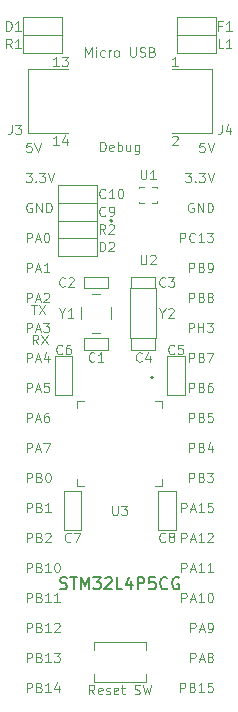
<source format=gto>
G04 #@! TF.GenerationSoftware,KiCad,Pcbnew,(5.1.9-0-10_14)*
G04 #@! TF.CreationDate,2021-07-10T20:46:14+09:00*
G04 #@! TF.ProjectId,EB-STM32L4P5CG,45422d53-544d-4333-924c-34503543472e,V1.0*
G04 #@! TF.SameCoordinates,Original*
G04 #@! TF.FileFunction,Legend,Top*
G04 #@! TF.FilePolarity,Positive*
%FSLAX46Y46*%
G04 Gerber Fmt 4.6, Leading zero omitted, Abs format (unit mm)*
G04 Created by KiCad (PCBNEW (5.1.9-0-10_14)) date 2021-07-10 20:46:14*
%MOMM*%
%LPD*%
G01*
G04 APERTURE LIST*
%ADD10C,0.120000*%
%ADD11C,0.150000*%
%ADD12C,0.200000*%
G04 APERTURE END LIST*
D10*
X-6894380Y-16617904D02*
X-7161047Y-16236952D01*
X-7351523Y-16617904D02*
X-7351523Y-15817904D01*
X-7046761Y-15817904D01*
X-6970571Y-15856000D01*
X-6932476Y-15894095D01*
X-6894380Y-15970285D01*
X-6894380Y-16084571D01*
X-6932476Y-16160761D01*
X-6970571Y-16198857D01*
X-7046761Y-16236952D01*
X-7351523Y-16236952D01*
X-6627714Y-15817904D02*
X-6094380Y-16617904D01*
X-6094380Y-15817904D02*
X-6627714Y-16617904D01*
X-7465809Y-13277904D02*
X-7008666Y-13277904D01*
X-7237238Y-14077904D02*
X-7237238Y-13277904D01*
X-6818190Y-13277904D02*
X-6284857Y-14077904D01*
X-6284857Y-13277904D02*
X-6818190Y-14077904D01*
D11*
X-5047619Y-37304761D02*
X-4904761Y-37352380D01*
X-4666666Y-37352380D01*
X-4571428Y-37304761D01*
X-4523809Y-37257142D01*
X-4476190Y-37161904D01*
X-4476190Y-37066666D01*
X-4523809Y-36971428D01*
X-4571428Y-36923809D01*
X-4666666Y-36876190D01*
X-4857142Y-36828571D01*
X-4952380Y-36780952D01*
X-5000000Y-36733333D01*
X-5047619Y-36638095D01*
X-5047619Y-36542857D01*
X-5000000Y-36447619D01*
X-4952380Y-36400000D01*
X-4857142Y-36352380D01*
X-4619047Y-36352380D01*
X-4476190Y-36400000D01*
X-4190476Y-36352380D02*
X-3619047Y-36352380D01*
X-3904761Y-37352380D02*
X-3904761Y-36352380D01*
X-3285714Y-37352380D02*
X-3285714Y-36352380D01*
X-2952380Y-37066666D01*
X-2619047Y-36352380D01*
X-2619047Y-37352380D01*
X-2238095Y-36352380D02*
X-1619047Y-36352380D01*
X-1952380Y-36733333D01*
X-1809523Y-36733333D01*
X-1714285Y-36780952D01*
X-1666666Y-36828571D01*
X-1619047Y-36923809D01*
X-1619047Y-37161904D01*
X-1666666Y-37257142D01*
X-1714285Y-37304761D01*
X-1809523Y-37352380D01*
X-2095238Y-37352380D01*
X-2190476Y-37304761D01*
X-2238095Y-37257142D01*
X-1238095Y-36447619D02*
X-1190476Y-36400000D01*
X-1095238Y-36352380D01*
X-857142Y-36352380D01*
X-761904Y-36400000D01*
X-714285Y-36447619D01*
X-666666Y-36542857D01*
X-666666Y-36638095D01*
X-714285Y-36780952D01*
X-1285714Y-37352380D01*
X-666666Y-37352380D01*
X238095Y-37352380D02*
X-238095Y-37352380D01*
X-238095Y-36352380D01*
X1000000Y-36685714D02*
X1000000Y-37352380D01*
X761904Y-36304761D02*
X523809Y-37019047D01*
X1142857Y-37019047D01*
X1523809Y-37352380D02*
X1523809Y-36352380D01*
X1904761Y-36352380D01*
X2000000Y-36400000D01*
X2047619Y-36447619D01*
X2095238Y-36542857D01*
X2095238Y-36685714D01*
X2047619Y-36780952D01*
X2000000Y-36828571D01*
X1904761Y-36876190D01*
X1523809Y-36876190D01*
X3000000Y-36352380D02*
X2523809Y-36352380D01*
X2476190Y-36828571D01*
X2523809Y-36780952D01*
X2619047Y-36733333D01*
X2857142Y-36733333D01*
X2952380Y-36780952D01*
X3000000Y-36828571D01*
X3047619Y-36923809D01*
X3047619Y-37161904D01*
X3000000Y-37257142D01*
X2952380Y-37304761D01*
X2857142Y-37352380D01*
X2619047Y-37352380D01*
X2523809Y-37304761D01*
X2476190Y-37257142D01*
X4047619Y-37257142D02*
X3999999Y-37304761D01*
X3857142Y-37352380D01*
X3761904Y-37352380D01*
X3619047Y-37304761D01*
X3523809Y-37209523D01*
X3476190Y-37114285D01*
X3428571Y-36923809D01*
X3428571Y-36780952D01*
X3476190Y-36590476D01*
X3523809Y-36495238D01*
X3619047Y-36400000D01*
X3761904Y-36352380D01*
X3857142Y-36352380D01*
X3999999Y-36400000D01*
X4047619Y-36447619D01*
X4999999Y-36400000D02*
X4904761Y-36352380D01*
X4761904Y-36352380D01*
X4619047Y-36400000D01*
X4523809Y-36495238D01*
X4476190Y-36590476D01*
X4428571Y-36780952D01*
X4428571Y-36923809D01*
X4476190Y-37114285D01*
X4523809Y-37209523D01*
X4619047Y-37304761D01*
X4761904Y-37352380D01*
X4857142Y-37352380D01*
X4999999Y-37304761D01*
X5047619Y-37257142D01*
X5047619Y-36923809D01*
X4857142Y-36923809D01*
D10*
X-2133333Y-46261904D02*
X-2400000Y-45880952D01*
X-2590476Y-46261904D02*
X-2590476Y-45461904D01*
X-2285714Y-45461904D01*
X-2209523Y-45500000D01*
X-2171428Y-45538095D01*
X-2133333Y-45614285D01*
X-2133333Y-45728571D01*
X-2171428Y-45804761D01*
X-2209523Y-45842857D01*
X-2285714Y-45880952D01*
X-2590476Y-45880952D01*
X-1485714Y-46223809D02*
X-1561904Y-46261904D01*
X-1714285Y-46261904D01*
X-1790476Y-46223809D01*
X-1828571Y-46147619D01*
X-1828571Y-45842857D01*
X-1790476Y-45766666D01*
X-1714285Y-45728571D01*
X-1561904Y-45728571D01*
X-1485714Y-45766666D01*
X-1447619Y-45842857D01*
X-1447619Y-45919047D01*
X-1828571Y-45995238D01*
X-1142857Y-46223809D02*
X-1066666Y-46261904D01*
X-914285Y-46261904D01*
X-838095Y-46223809D01*
X-800000Y-46147619D01*
X-800000Y-46109523D01*
X-838095Y-46033333D01*
X-914285Y-45995238D01*
X-1028571Y-45995238D01*
X-1104761Y-45957142D01*
X-1142857Y-45880952D01*
X-1142857Y-45842857D01*
X-1104761Y-45766666D01*
X-1028571Y-45728571D01*
X-914285Y-45728571D01*
X-838095Y-45766666D01*
X-152380Y-46223809D02*
X-228571Y-46261904D01*
X-380952Y-46261904D01*
X-457142Y-46223809D01*
X-495238Y-46147619D01*
X-495238Y-45842857D01*
X-457142Y-45766666D01*
X-380952Y-45728571D01*
X-228571Y-45728571D01*
X-152380Y-45766666D01*
X-114285Y-45842857D01*
X-114285Y-45919047D01*
X-495238Y-45995238D01*
X114285Y-45728571D02*
X419047Y-45728571D01*
X228571Y-45461904D02*
X228571Y-46147619D01*
X266666Y-46223809D01*
X342857Y-46261904D01*
X419047Y-46261904D01*
X1257142Y-46223809D02*
X1371428Y-46261904D01*
X1561904Y-46261904D01*
X1638095Y-46223809D01*
X1676190Y-46185714D01*
X1714285Y-46109523D01*
X1714285Y-46033333D01*
X1676190Y-45957142D01*
X1638095Y-45919047D01*
X1561904Y-45880952D01*
X1409523Y-45842857D01*
X1333333Y-45804761D01*
X1295238Y-45766666D01*
X1257142Y-45690476D01*
X1257142Y-45614285D01*
X1295238Y-45538095D01*
X1333333Y-45500000D01*
X1409523Y-45461904D01*
X1599999Y-45461904D01*
X1714285Y-45500000D01*
X1980952Y-45461904D02*
X2171428Y-46261904D01*
X2323809Y-45690476D01*
X2476190Y-46261904D01*
X2666666Y-45461904D01*
X-2914285Y7738095D02*
X-2914285Y8538095D01*
X-2647619Y7966666D01*
X-2380952Y8538095D01*
X-2380952Y7738095D01*
X-2000000Y7738095D02*
X-2000000Y8271428D01*
X-2000000Y8538095D02*
X-2038095Y8500000D01*
X-2000000Y8461904D01*
X-1961904Y8500000D01*
X-2000000Y8538095D01*
X-2000000Y8461904D01*
X-1276190Y7776190D02*
X-1352380Y7738095D01*
X-1504761Y7738095D01*
X-1580952Y7776190D01*
X-1619047Y7814285D01*
X-1657142Y7890476D01*
X-1657142Y8119047D01*
X-1619047Y8195238D01*
X-1580952Y8233333D01*
X-1504761Y8271428D01*
X-1352380Y8271428D01*
X-1276190Y8233333D01*
X-933333Y7738095D02*
X-933333Y8271428D01*
X-933333Y8119047D02*
X-895238Y8195238D01*
X-857142Y8233333D01*
X-780952Y8271428D01*
X-704761Y8271428D01*
X-323809Y7738095D02*
X-400000Y7776190D01*
X-438095Y7814285D01*
X-476190Y7890476D01*
X-476190Y8119047D01*
X-438095Y8195238D01*
X-400000Y8233333D01*
X-323809Y8271428D01*
X-209523Y8271428D01*
X-133333Y8233333D01*
X-95238Y8195238D01*
X-57142Y8119047D01*
X-57142Y7890476D01*
X-95238Y7814285D01*
X-133333Y7776190D01*
X-209523Y7738095D01*
X-323809Y7738095D01*
X895238Y8538095D02*
X895238Y7890476D01*
X933333Y7814285D01*
X971428Y7776190D01*
X1047619Y7738095D01*
X1200000Y7738095D01*
X1276190Y7776190D01*
X1314285Y7814285D01*
X1352380Y7890476D01*
X1352380Y8538095D01*
X1695238Y7776190D02*
X1809523Y7738095D01*
X2000000Y7738095D01*
X2076190Y7776190D01*
X2114285Y7814285D01*
X2152380Y7890476D01*
X2152380Y7966666D01*
X2114285Y8042857D01*
X2076190Y8080952D01*
X2000000Y8119047D01*
X1847619Y8157142D01*
X1771428Y8195238D01*
X1733333Y8233333D01*
X1695238Y8309523D01*
X1695238Y8385714D01*
X1733333Y8461904D01*
X1771428Y8500000D01*
X1847619Y8538095D01*
X2038095Y8538095D01*
X2152380Y8500000D01*
X2761904Y8157142D02*
X2876190Y8119047D01*
X2914285Y8080952D01*
X2952380Y8004761D01*
X2952380Y7890476D01*
X2914285Y7814285D01*
X2876190Y7776190D01*
X2800000Y7738095D01*
X2495238Y7738095D01*
X2495238Y8538095D01*
X2761904Y8538095D01*
X2838095Y8500000D01*
X2876190Y8461904D01*
X2914285Y8385714D01*
X2914285Y8309523D01*
X2876190Y8233333D01*
X2838095Y8195238D01*
X2761904Y8157142D01*
X2495238Y8157142D01*
X-1638095Y-261904D02*
X-1638095Y538095D01*
X-1447619Y538095D01*
X-1333333Y500000D01*
X-1257142Y423809D01*
X-1219047Y347619D01*
X-1180952Y195238D01*
X-1180952Y80952D01*
X-1219047Y-71428D01*
X-1257142Y-147619D01*
X-1333333Y-223809D01*
X-1447619Y-261904D01*
X-1638095Y-261904D01*
X-533333Y-223809D02*
X-609523Y-261904D01*
X-761904Y-261904D01*
X-838095Y-223809D01*
X-876190Y-147619D01*
X-876190Y157142D01*
X-838095Y233333D01*
X-761904Y271428D01*
X-609523Y271428D01*
X-533333Y233333D01*
X-495238Y157142D01*
X-495238Y80952D01*
X-876190Y4761D01*
X-152380Y-261904D02*
X-152380Y538095D01*
X-152380Y233333D02*
X-76190Y271428D01*
X76190Y271428D01*
X152380Y233333D01*
X190476Y195238D01*
X228571Y119047D01*
X228571Y-109523D01*
X190476Y-185714D01*
X152380Y-223809D01*
X76190Y-261904D01*
X-76190Y-261904D01*
X-152380Y-223809D01*
X914285Y271428D02*
X914285Y-261904D01*
X571428Y271428D02*
X571428Y-147619D01*
X609523Y-223809D01*
X685714Y-261904D01*
X799999Y-261904D01*
X876190Y-223809D01*
X914285Y-185714D01*
X1638095Y271428D02*
X1638095Y-376190D01*
X1599999Y-452380D01*
X1561904Y-490476D01*
X1485714Y-528571D01*
X1371428Y-528571D01*
X1295238Y-490476D01*
X1638095Y-223809D02*
X1561904Y-261904D01*
X1409523Y-261904D01*
X1333333Y-223809D01*
X1295238Y-185714D01*
X1257142Y-109523D01*
X1257142Y119047D01*
X1295238Y195238D01*
X1333333Y233333D01*
X1409523Y271428D01*
X1561904Y271428D01*
X1638095Y233333D01*
X7173809Y438095D02*
X6792857Y438095D01*
X6754761Y57142D01*
X6792857Y95238D01*
X6869047Y133333D01*
X7059523Y133333D01*
X7135714Y95238D01*
X7173809Y57142D01*
X7211904Y-19047D01*
X7211904Y-209523D01*
X7173809Y-285714D01*
X7135714Y-323809D01*
X7059523Y-361904D01*
X6869047Y-361904D01*
X6792857Y-323809D01*
X6754761Y-285714D01*
X7440476Y438095D02*
X7707142Y-361904D01*
X7973809Y438095D01*
X5573809Y-2101904D02*
X6069047Y-2101904D01*
X5802380Y-2406666D01*
X5916666Y-2406666D01*
X5992857Y-2444761D01*
X6030952Y-2482857D01*
X6069047Y-2559047D01*
X6069047Y-2749523D01*
X6030952Y-2825714D01*
X5992857Y-2863809D01*
X5916666Y-2901904D01*
X5688095Y-2901904D01*
X5611904Y-2863809D01*
X5573809Y-2825714D01*
X6411904Y-2825714D02*
X6450000Y-2863809D01*
X6411904Y-2901904D01*
X6373809Y-2863809D01*
X6411904Y-2825714D01*
X6411904Y-2901904D01*
X6716666Y-2101904D02*
X7211904Y-2101904D01*
X6945238Y-2406666D01*
X7059523Y-2406666D01*
X7135714Y-2444761D01*
X7173809Y-2482857D01*
X7211904Y-2559047D01*
X7211904Y-2749523D01*
X7173809Y-2825714D01*
X7135714Y-2863809D01*
X7059523Y-2901904D01*
X6830952Y-2901904D01*
X6754761Y-2863809D01*
X6716666Y-2825714D01*
X7440476Y-2101904D02*
X7707142Y-2901904D01*
X7973809Y-2101904D01*
X6221428Y-4680000D02*
X6145238Y-4641904D01*
X6030952Y-4641904D01*
X5916666Y-4680000D01*
X5840476Y-4756190D01*
X5802380Y-4832380D01*
X5764285Y-4984761D01*
X5764285Y-5099047D01*
X5802380Y-5251428D01*
X5840476Y-5327619D01*
X5916666Y-5403809D01*
X6030952Y-5441904D01*
X6107142Y-5441904D01*
X6221428Y-5403809D01*
X6259523Y-5365714D01*
X6259523Y-5099047D01*
X6107142Y-5099047D01*
X6602380Y-5441904D02*
X6602380Y-4641904D01*
X7059523Y-5441904D01*
X7059523Y-4641904D01*
X7440476Y-5441904D02*
X7440476Y-4641904D01*
X7630952Y-4641904D01*
X7745238Y-4680000D01*
X7821428Y-4756190D01*
X7859523Y-4832380D01*
X7897619Y-4984761D01*
X7897619Y-5099047D01*
X7859523Y-5251428D01*
X7821428Y-5327619D01*
X7745238Y-5403809D01*
X7630952Y-5441904D01*
X7440476Y-5441904D01*
X5116666Y-7981904D02*
X5116666Y-7181904D01*
X5421428Y-7181904D01*
X5497619Y-7220000D01*
X5535714Y-7258095D01*
X5573809Y-7334285D01*
X5573809Y-7448571D01*
X5535714Y-7524761D01*
X5497619Y-7562857D01*
X5421428Y-7600952D01*
X5116666Y-7600952D01*
X6373809Y-7905714D02*
X6335714Y-7943809D01*
X6221428Y-7981904D01*
X6145238Y-7981904D01*
X6030952Y-7943809D01*
X5954761Y-7867619D01*
X5916666Y-7791428D01*
X5878571Y-7639047D01*
X5878571Y-7524761D01*
X5916666Y-7372380D01*
X5954761Y-7296190D01*
X6030952Y-7220000D01*
X6145238Y-7181904D01*
X6221428Y-7181904D01*
X6335714Y-7220000D01*
X6373809Y-7258095D01*
X7135714Y-7981904D02*
X6678571Y-7981904D01*
X6907142Y-7981904D02*
X6907142Y-7181904D01*
X6830952Y-7296190D01*
X6754761Y-7372380D01*
X6678571Y-7410476D01*
X7402380Y-7181904D02*
X7897619Y-7181904D01*
X7630952Y-7486666D01*
X7745238Y-7486666D01*
X7821428Y-7524761D01*
X7859523Y-7562857D01*
X7897619Y-7639047D01*
X7897619Y-7829523D01*
X7859523Y-7905714D01*
X7821428Y-7943809D01*
X7745238Y-7981904D01*
X7516666Y-7981904D01*
X7440476Y-7943809D01*
X7402380Y-7905714D01*
X5878571Y-10521904D02*
X5878571Y-9721904D01*
X6183333Y-9721904D01*
X6259523Y-9760000D01*
X6297619Y-9798095D01*
X6335714Y-9874285D01*
X6335714Y-9988571D01*
X6297619Y-10064761D01*
X6259523Y-10102857D01*
X6183333Y-10140952D01*
X5878571Y-10140952D01*
X6945238Y-10102857D02*
X7059523Y-10140952D01*
X7097619Y-10179047D01*
X7135714Y-10255238D01*
X7135714Y-10369523D01*
X7097619Y-10445714D01*
X7059523Y-10483809D01*
X6983333Y-10521904D01*
X6678571Y-10521904D01*
X6678571Y-9721904D01*
X6945238Y-9721904D01*
X7021428Y-9760000D01*
X7059523Y-9798095D01*
X7097619Y-9874285D01*
X7097619Y-9950476D01*
X7059523Y-10026666D01*
X7021428Y-10064761D01*
X6945238Y-10102857D01*
X6678571Y-10102857D01*
X7516666Y-10521904D02*
X7669047Y-10521904D01*
X7745238Y-10483809D01*
X7783333Y-10445714D01*
X7859523Y-10331428D01*
X7897619Y-10179047D01*
X7897619Y-9874285D01*
X7859523Y-9798095D01*
X7821428Y-9760000D01*
X7745238Y-9721904D01*
X7592857Y-9721904D01*
X7516666Y-9760000D01*
X7478571Y-9798095D01*
X7440476Y-9874285D01*
X7440476Y-10064761D01*
X7478571Y-10140952D01*
X7516666Y-10179047D01*
X7592857Y-10217142D01*
X7745238Y-10217142D01*
X7821428Y-10179047D01*
X7859523Y-10140952D01*
X7897619Y-10064761D01*
X5878571Y-13061904D02*
X5878571Y-12261904D01*
X6183333Y-12261904D01*
X6259523Y-12300000D01*
X6297619Y-12338095D01*
X6335714Y-12414285D01*
X6335714Y-12528571D01*
X6297619Y-12604761D01*
X6259523Y-12642857D01*
X6183333Y-12680952D01*
X5878571Y-12680952D01*
X6945238Y-12642857D02*
X7059523Y-12680952D01*
X7097619Y-12719047D01*
X7135714Y-12795238D01*
X7135714Y-12909523D01*
X7097619Y-12985714D01*
X7059523Y-13023809D01*
X6983333Y-13061904D01*
X6678571Y-13061904D01*
X6678571Y-12261904D01*
X6945238Y-12261904D01*
X7021428Y-12300000D01*
X7059523Y-12338095D01*
X7097619Y-12414285D01*
X7097619Y-12490476D01*
X7059523Y-12566666D01*
X7021428Y-12604761D01*
X6945238Y-12642857D01*
X6678571Y-12642857D01*
X7592857Y-12604761D02*
X7516666Y-12566666D01*
X7478571Y-12528571D01*
X7440476Y-12452380D01*
X7440476Y-12414285D01*
X7478571Y-12338095D01*
X7516666Y-12300000D01*
X7592857Y-12261904D01*
X7745238Y-12261904D01*
X7821428Y-12300000D01*
X7859523Y-12338095D01*
X7897619Y-12414285D01*
X7897619Y-12452380D01*
X7859523Y-12528571D01*
X7821428Y-12566666D01*
X7745238Y-12604761D01*
X7592857Y-12604761D01*
X7516666Y-12642857D01*
X7478571Y-12680952D01*
X7440476Y-12757142D01*
X7440476Y-12909523D01*
X7478571Y-12985714D01*
X7516666Y-13023809D01*
X7592857Y-13061904D01*
X7745238Y-13061904D01*
X7821428Y-13023809D01*
X7859523Y-12985714D01*
X7897619Y-12909523D01*
X7897619Y-12757142D01*
X7859523Y-12680952D01*
X7821428Y-12642857D01*
X7745238Y-12604761D01*
X5840476Y-15601904D02*
X5840476Y-14801904D01*
X6145238Y-14801904D01*
X6221428Y-14840000D01*
X6259523Y-14878095D01*
X6297619Y-14954285D01*
X6297619Y-15068571D01*
X6259523Y-15144761D01*
X6221428Y-15182857D01*
X6145238Y-15220952D01*
X5840476Y-15220952D01*
X6640476Y-15601904D02*
X6640476Y-14801904D01*
X6640476Y-15182857D02*
X7097619Y-15182857D01*
X7097619Y-15601904D02*
X7097619Y-14801904D01*
X7402380Y-14801904D02*
X7897619Y-14801904D01*
X7630952Y-15106666D01*
X7745238Y-15106666D01*
X7821428Y-15144761D01*
X7859523Y-15182857D01*
X7897619Y-15259047D01*
X7897619Y-15449523D01*
X7859523Y-15525714D01*
X7821428Y-15563809D01*
X7745238Y-15601904D01*
X7516666Y-15601904D01*
X7440476Y-15563809D01*
X7402380Y-15525714D01*
X5878571Y-18141904D02*
X5878571Y-17341904D01*
X6183333Y-17341904D01*
X6259523Y-17380000D01*
X6297619Y-17418095D01*
X6335714Y-17494285D01*
X6335714Y-17608571D01*
X6297619Y-17684761D01*
X6259523Y-17722857D01*
X6183333Y-17760952D01*
X5878571Y-17760952D01*
X6945238Y-17722857D02*
X7059523Y-17760952D01*
X7097619Y-17799047D01*
X7135714Y-17875238D01*
X7135714Y-17989523D01*
X7097619Y-18065714D01*
X7059523Y-18103809D01*
X6983333Y-18141904D01*
X6678571Y-18141904D01*
X6678571Y-17341904D01*
X6945238Y-17341904D01*
X7021428Y-17380000D01*
X7059523Y-17418095D01*
X7097619Y-17494285D01*
X7097619Y-17570476D01*
X7059523Y-17646666D01*
X7021428Y-17684761D01*
X6945238Y-17722857D01*
X6678571Y-17722857D01*
X7402380Y-17341904D02*
X7935714Y-17341904D01*
X7592857Y-18141904D01*
X5878571Y-20681904D02*
X5878571Y-19881904D01*
X6183333Y-19881904D01*
X6259523Y-19920000D01*
X6297619Y-19958095D01*
X6335714Y-20034285D01*
X6335714Y-20148571D01*
X6297619Y-20224761D01*
X6259523Y-20262857D01*
X6183333Y-20300952D01*
X5878571Y-20300952D01*
X6945238Y-20262857D02*
X7059523Y-20300952D01*
X7097619Y-20339047D01*
X7135714Y-20415238D01*
X7135714Y-20529523D01*
X7097619Y-20605714D01*
X7059523Y-20643809D01*
X6983333Y-20681904D01*
X6678571Y-20681904D01*
X6678571Y-19881904D01*
X6945238Y-19881904D01*
X7021428Y-19920000D01*
X7059523Y-19958095D01*
X7097619Y-20034285D01*
X7097619Y-20110476D01*
X7059523Y-20186666D01*
X7021428Y-20224761D01*
X6945238Y-20262857D01*
X6678571Y-20262857D01*
X7821428Y-19881904D02*
X7669047Y-19881904D01*
X7592857Y-19920000D01*
X7554761Y-19958095D01*
X7478571Y-20072380D01*
X7440476Y-20224761D01*
X7440476Y-20529523D01*
X7478571Y-20605714D01*
X7516666Y-20643809D01*
X7592857Y-20681904D01*
X7745238Y-20681904D01*
X7821428Y-20643809D01*
X7859523Y-20605714D01*
X7897619Y-20529523D01*
X7897619Y-20339047D01*
X7859523Y-20262857D01*
X7821428Y-20224761D01*
X7745238Y-20186666D01*
X7592857Y-20186666D01*
X7516666Y-20224761D01*
X7478571Y-20262857D01*
X7440476Y-20339047D01*
X5878571Y-23221904D02*
X5878571Y-22421904D01*
X6183333Y-22421904D01*
X6259523Y-22460000D01*
X6297619Y-22498095D01*
X6335714Y-22574285D01*
X6335714Y-22688571D01*
X6297619Y-22764761D01*
X6259523Y-22802857D01*
X6183333Y-22840952D01*
X5878571Y-22840952D01*
X6945238Y-22802857D02*
X7059523Y-22840952D01*
X7097619Y-22879047D01*
X7135714Y-22955238D01*
X7135714Y-23069523D01*
X7097619Y-23145714D01*
X7059523Y-23183809D01*
X6983333Y-23221904D01*
X6678571Y-23221904D01*
X6678571Y-22421904D01*
X6945238Y-22421904D01*
X7021428Y-22460000D01*
X7059523Y-22498095D01*
X7097619Y-22574285D01*
X7097619Y-22650476D01*
X7059523Y-22726666D01*
X7021428Y-22764761D01*
X6945238Y-22802857D01*
X6678571Y-22802857D01*
X7859523Y-22421904D02*
X7478571Y-22421904D01*
X7440476Y-22802857D01*
X7478571Y-22764761D01*
X7554761Y-22726666D01*
X7745238Y-22726666D01*
X7821428Y-22764761D01*
X7859523Y-22802857D01*
X7897619Y-22879047D01*
X7897619Y-23069523D01*
X7859523Y-23145714D01*
X7821428Y-23183809D01*
X7745238Y-23221904D01*
X7554761Y-23221904D01*
X7478571Y-23183809D01*
X7440476Y-23145714D01*
X5878571Y-25761904D02*
X5878571Y-24961904D01*
X6183333Y-24961904D01*
X6259523Y-25000000D01*
X6297619Y-25038095D01*
X6335714Y-25114285D01*
X6335714Y-25228571D01*
X6297619Y-25304761D01*
X6259523Y-25342857D01*
X6183333Y-25380952D01*
X5878571Y-25380952D01*
X6945238Y-25342857D02*
X7059523Y-25380952D01*
X7097619Y-25419047D01*
X7135714Y-25495238D01*
X7135714Y-25609523D01*
X7097619Y-25685714D01*
X7059523Y-25723809D01*
X6983333Y-25761904D01*
X6678571Y-25761904D01*
X6678571Y-24961904D01*
X6945238Y-24961904D01*
X7021428Y-25000000D01*
X7059523Y-25038095D01*
X7097619Y-25114285D01*
X7097619Y-25190476D01*
X7059523Y-25266666D01*
X7021428Y-25304761D01*
X6945238Y-25342857D01*
X6678571Y-25342857D01*
X7821428Y-25228571D02*
X7821428Y-25761904D01*
X7630952Y-24923809D02*
X7440476Y-25495238D01*
X7935714Y-25495238D01*
X5878571Y-28301904D02*
X5878571Y-27501904D01*
X6183333Y-27501904D01*
X6259523Y-27540000D01*
X6297619Y-27578095D01*
X6335714Y-27654285D01*
X6335714Y-27768571D01*
X6297619Y-27844761D01*
X6259523Y-27882857D01*
X6183333Y-27920952D01*
X5878571Y-27920952D01*
X6945238Y-27882857D02*
X7059523Y-27920952D01*
X7097619Y-27959047D01*
X7135714Y-28035238D01*
X7135714Y-28149523D01*
X7097619Y-28225714D01*
X7059523Y-28263809D01*
X6983333Y-28301904D01*
X6678571Y-28301904D01*
X6678571Y-27501904D01*
X6945238Y-27501904D01*
X7021428Y-27540000D01*
X7059523Y-27578095D01*
X7097619Y-27654285D01*
X7097619Y-27730476D01*
X7059523Y-27806666D01*
X7021428Y-27844761D01*
X6945238Y-27882857D01*
X6678571Y-27882857D01*
X7402380Y-27501904D02*
X7897619Y-27501904D01*
X7630952Y-27806666D01*
X7745238Y-27806666D01*
X7821428Y-27844761D01*
X7859523Y-27882857D01*
X7897619Y-27959047D01*
X7897619Y-28149523D01*
X7859523Y-28225714D01*
X7821428Y-28263809D01*
X7745238Y-28301904D01*
X7516666Y-28301904D01*
X7440476Y-28263809D01*
X7402380Y-28225714D01*
X5230952Y-30841904D02*
X5230952Y-30041904D01*
X5535714Y-30041904D01*
X5611904Y-30080000D01*
X5650000Y-30118095D01*
X5688095Y-30194285D01*
X5688095Y-30308571D01*
X5650000Y-30384761D01*
X5611904Y-30422857D01*
X5535714Y-30460952D01*
X5230952Y-30460952D01*
X5992857Y-30613333D02*
X6373809Y-30613333D01*
X5916666Y-30841904D02*
X6183333Y-30041904D01*
X6450000Y-30841904D01*
X7135714Y-30841904D02*
X6678571Y-30841904D01*
X6907142Y-30841904D02*
X6907142Y-30041904D01*
X6830952Y-30156190D01*
X6754761Y-30232380D01*
X6678571Y-30270476D01*
X7859523Y-30041904D02*
X7478571Y-30041904D01*
X7440476Y-30422857D01*
X7478571Y-30384761D01*
X7554761Y-30346666D01*
X7745238Y-30346666D01*
X7821428Y-30384761D01*
X7859523Y-30422857D01*
X7897619Y-30499047D01*
X7897619Y-30689523D01*
X7859523Y-30765714D01*
X7821428Y-30803809D01*
X7745238Y-30841904D01*
X7554761Y-30841904D01*
X7478571Y-30803809D01*
X7440476Y-30765714D01*
X5230952Y-33381904D02*
X5230952Y-32581904D01*
X5535714Y-32581904D01*
X5611904Y-32620000D01*
X5650000Y-32658095D01*
X5688095Y-32734285D01*
X5688095Y-32848571D01*
X5650000Y-32924761D01*
X5611904Y-32962857D01*
X5535714Y-33000952D01*
X5230952Y-33000952D01*
X5992857Y-33153333D02*
X6373809Y-33153333D01*
X5916666Y-33381904D02*
X6183333Y-32581904D01*
X6450000Y-33381904D01*
X7135714Y-33381904D02*
X6678571Y-33381904D01*
X6907142Y-33381904D02*
X6907142Y-32581904D01*
X6830952Y-32696190D01*
X6754761Y-32772380D01*
X6678571Y-32810476D01*
X7440476Y-32658095D02*
X7478571Y-32620000D01*
X7554761Y-32581904D01*
X7745238Y-32581904D01*
X7821428Y-32620000D01*
X7859523Y-32658095D01*
X7897619Y-32734285D01*
X7897619Y-32810476D01*
X7859523Y-32924761D01*
X7402380Y-33381904D01*
X7897619Y-33381904D01*
X5230952Y-35921904D02*
X5230952Y-35121904D01*
X5535714Y-35121904D01*
X5611904Y-35160000D01*
X5650000Y-35198095D01*
X5688095Y-35274285D01*
X5688095Y-35388571D01*
X5650000Y-35464761D01*
X5611904Y-35502857D01*
X5535714Y-35540952D01*
X5230952Y-35540952D01*
X5992857Y-35693333D02*
X6373809Y-35693333D01*
X5916666Y-35921904D02*
X6183333Y-35121904D01*
X6450000Y-35921904D01*
X7135714Y-35921904D02*
X6678571Y-35921904D01*
X6907142Y-35921904D02*
X6907142Y-35121904D01*
X6830952Y-35236190D01*
X6754761Y-35312380D01*
X6678571Y-35350476D01*
X7897619Y-35921904D02*
X7440476Y-35921904D01*
X7669047Y-35921904D02*
X7669047Y-35121904D01*
X7592857Y-35236190D01*
X7516666Y-35312380D01*
X7440476Y-35350476D01*
X5230952Y-38461904D02*
X5230952Y-37661904D01*
X5535714Y-37661904D01*
X5611904Y-37700000D01*
X5650000Y-37738095D01*
X5688095Y-37814285D01*
X5688095Y-37928571D01*
X5650000Y-38004761D01*
X5611904Y-38042857D01*
X5535714Y-38080952D01*
X5230952Y-38080952D01*
X5992857Y-38233333D02*
X6373809Y-38233333D01*
X5916666Y-38461904D02*
X6183333Y-37661904D01*
X6450000Y-38461904D01*
X7135714Y-38461904D02*
X6678571Y-38461904D01*
X6907142Y-38461904D02*
X6907142Y-37661904D01*
X6830952Y-37776190D01*
X6754761Y-37852380D01*
X6678571Y-37890476D01*
X7630952Y-37661904D02*
X7707142Y-37661904D01*
X7783333Y-37700000D01*
X7821428Y-37738095D01*
X7859523Y-37814285D01*
X7897619Y-37966666D01*
X7897619Y-38157142D01*
X7859523Y-38309523D01*
X7821428Y-38385714D01*
X7783333Y-38423809D01*
X7707142Y-38461904D01*
X7630952Y-38461904D01*
X7554761Y-38423809D01*
X7516666Y-38385714D01*
X7478571Y-38309523D01*
X7440476Y-38157142D01*
X7440476Y-37966666D01*
X7478571Y-37814285D01*
X7516666Y-37738095D01*
X7554761Y-37700000D01*
X7630952Y-37661904D01*
X5992857Y-41001904D02*
X5992857Y-40201904D01*
X6297619Y-40201904D01*
X6373809Y-40240000D01*
X6411904Y-40278095D01*
X6450000Y-40354285D01*
X6450000Y-40468571D01*
X6411904Y-40544761D01*
X6373809Y-40582857D01*
X6297619Y-40620952D01*
X5992857Y-40620952D01*
X6754761Y-40773333D02*
X7135714Y-40773333D01*
X6678571Y-41001904D02*
X6945238Y-40201904D01*
X7211904Y-41001904D01*
X7516666Y-41001904D02*
X7669047Y-41001904D01*
X7745238Y-40963809D01*
X7783333Y-40925714D01*
X7859523Y-40811428D01*
X7897619Y-40659047D01*
X7897619Y-40354285D01*
X7859523Y-40278095D01*
X7821428Y-40240000D01*
X7745238Y-40201904D01*
X7592857Y-40201904D01*
X7516666Y-40240000D01*
X7478571Y-40278095D01*
X7440476Y-40354285D01*
X7440476Y-40544761D01*
X7478571Y-40620952D01*
X7516666Y-40659047D01*
X7592857Y-40697142D01*
X7745238Y-40697142D01*
X7821428Y-40659047D01*
X7859523Y-40620952D01*
X7897619Y-40544761D01*
X5992857Y-43541904D02*
X5992857Y-42741904D01*
X6297619Y-42741904D01*
X6373809Y-42780000D01*
X6411904Y-42818095D01*
X6450000Y-42894285D01*
X6450000Y-43008571D01*
X6411904Y-43084761D01*
X6373809Y-43122857D01*
X6297619Y-43160952D01*
X5992857Y-43160952D01*
X6754761Y-43313333D02*
X7135714Y-43313333D01*
X6678571Y-43541904D02*
X6945238Y-42741904D01*
X7211904Y-43541904D01*
X7592857Y-43084761D02*
X7516666Y-43046666D01*
X7478571Y-43008571D01*
X7440476Y-42932380D01*
X7440476Y-42894285D01*
X7478571Y-42818095D01*
X7516666Y-42780000D01*
X7592857Y-42741904D01*
X7745238Y-42741904D01*
X7821428Y-42780000D01*
X7859523Y-42818095D01*
X7897619Y-42894285D01*
X7897619Y-42932380D01*
X7859523Y-43008571D01*
X7821428Y-43046666D01*
X7745238Y-43084761D01*
X7592857Y-43084761D01*
X7516666Y-43122857D01*
X7478571Y-43160952D01*
X7440476Y-43237142D01*
X7440476Y-43389523D01*
X7478571Y-43465714D01*
X7516666Y-43503809D01*
X7592857Y-43541904D01*
X7745238Y-43541904D01*
X7821428Y-43503809D01*
X7859523Y-43465714D01*
X7897619Y-43389523D01*
X7897619Y-43237142D01*
X7859523Y-43160952D01*
X7821428Y-43122857D01*
X7745238Y-43084761D01*
X5116666Y-46081904D02*
X5116666Y-45281904D01*
X5421428Y-45281904D01*
X5497619Y-45320000D01*
X5535714Y-45358095D01*
X5573809Y-45434285D01*
X5573809Y-45548571D01*
X5535714Y-45624761D01*
X5497619Y-45662857D01*
X5421428Y-45700952D01*
X5116666Y-45700952D01*
X6183333Y-45662857D02*
X6297619Y-45700952D01*
X6335714Y-45739047D01*
X6373809Y-45815238D01*
X6373809Y-45929523D01*
X6335714Y-46005714D01*
X6297619Y-46043809D01*
X6221428Y-46081904D01*
X5916666Y-46081904D01*
X5916666Y-45281904D01*
X6183333Y-45281904D01*
X6259523Y-45320000D01*
X6297619Y-45358095D01*
X6335714Y-45434285D01*
X6335714Y-45510476D01*
X6297619Y-45586666D01*
X6259523Y-45624761D01*
X6183333Y-45662857D01*
X5916666Y-45662857D01*
X7135714Y-46081904D02*
X6678571Y-46081904D01*
X6907142Y-46081904D02*
X6907142Y-45281904D01*
X6830952Y-45396190D01*
X6754761Y-45472380D01*
X6678571Y-45510476D01*
X7859523Y-45281904D02*
X7478571Y-45281904D01*
X7440476Y-45662857D01*
X7478571Y-45624761D01*
X7554761Y-45586666D01*
X7745238Y-45586666D01*
X7821428Y-45624761D01*
X7859523Y-45662857D01*
X7897619Y-45739047D01*
X7897619Y-45929523D01*
X7859523Y-46005714D01*
X7821428Y-46043809D01*
X7745238Y-46081904D01*
X7554761Y-46081904D01*
X7478571Y-46043809D01*
X7440476Y-46005714D01*
X-7859523Y-46081904D02*
X-7859523Y-45281904D01*
X-7554761Y-45281904D01*
X-7478571Y-45320000D01*
X-7440476Y-45358095D01*
X-7402380Y-45434285D01*
X-7402380Y-45548571D01*
X-7440476Y-45624761D01*
X-7478571Y-45662857D01*
X-7554761Y-45700952D01*
X-7859523Y-45700952D01*
X-6792857Y-45662857D02*
X-6678571Y-45700952D01*
X-6640476Y-45739047D01*
X-6602380Y-45815238D01*
X-6602380Y-45929523D01*
X-6640476Y-46005714D01*
X-6678571Y-46043809D01*
X-6754761Y-46081904D01*
X-7059523Y-46081904D01*
X-7059523Y-45281904D01*
X-6792857Y-45281904D01*
X-6716666Y-45320000D01*
X-6678571Y-45358095D01*
X-6640476Y-45434285D01*
X-6640476Y-45510476D01*
X-6678571Y-45586666D01*
X-6716666Y-45624761D01*
X-6792857Y-45662857D01*
X-7059523Y-45662857D01*
X-5840476Y-46081904D02*
X-6297619Y-46081904D01*
X-6069047Y-46081904D02*
X-6069047Y-45281904D01*
X-6145238Y-45396190D01*
X-6221428Y-45472380D01*
X-6297619Y-45510476D01*
X-5154761Y-45548571D02*
X-5154761Y-46081904D01*
X-5345238Y-45243809D02*
X-5535714Y-45815238D01*
X-5040476Y-45815238D01*
X-7859523Y-43541904D02*
X-7859523Y-42741904D01*
X-7554761Y-42741904D01*
X-7478571Y-42780000D01*
X-7440476Y-42818095D01*
X-7402380Y-42894285D01*
X-7402380Y-43008571D01*
X-7440476Y-43084761D01*
X-7478571Y-43122857D01*
X-7554761Y-43160952D01*
X-7859523Y-43160952D01*
X-6792857Y-43122857D02*
X-6678571Y-43160952D01*
X-6640476Y-43199047D01*
X-6602380Y-43275238D01*
X-6602380Y-43389523D01*
X-6640476Y-43465714D01*
X-6678571Y-43503809D01*
X-6754761Y-43541904D01*
X-7059523Y-43541904D01*
X-7059523Y-42741904D01*
X-6792857Y-42741904D01*
X-6716666Y-42780000D01*
X-6678571Y-42818095D01*
X-6640476Y-42894285D01*
X-6640476Y-42970476D01*
X-6678571Y-43046666D01*
X-6716666Y-43084761D01*
X-6792857Y-43122857D01*
X-7059523Y-43122857D01*
X-5840476Y-43541904D02*
X-6297619Y-43541904D01*
X-6069047Y-43541904D02*
X-6069047Y-42741904D01*
X-6145238Y-42856190D01*
X-6221428Y-42932380D01*
X-6297619Y-42970476D01*
X-5573809Y-42741904D02*
X-5078571Y-42741904D01*
X-5345238Y-43046666D01*
X-5230952Y-43046666D01*
X-5154761Y-43084761D01*
X-5116666Y-43122857D01*
X-5078571Y-43199047D01*
X-5078571Y-43389523D01*
X-5116666Y-43465714D01*
X-5154761Y-43503809D01*
X-5230952Y-43541904D01*
X-5459523Y-43541904D01*
X-5535714Y-43503809D01*
X-5573809Y-43465714D01*
X-7859523Y-41001904D02*
X-7859523Y-40201904D01*
X-7554761Y-40201904D01*
X-7478571Y-40240000D01*
X-7440476Y-40278095D01*
X-7402380Y-40354285D01*
X-7402380Y-40468571D01*
X-7440476Y-40544761D01*
X-7478571Y-40582857D01*
X-7554761Y-40620952D01*
X-7859523Y-40620952D01*
X-6792857Y-40582857D02*
X-6678571Y-40620952D01*
X-6640476Y-40659047D01*
X-6602380Y-40735238D01*
X-6602380Y-40849523D01*
X-6640476Y-40925714D01*
X-6678571Y-40963809D01*
X-6754761Y-41001904D01*
X-7059523Y-41001904D01*
X-7059523Y-40201904D01*
X-6792857Y-40201904D01*
X-6716666Y-40240000D01*
X-6678571Y-40278095D01*
X-6640476Y-40354285D01*
X-6640476Y-40430476D01*
X-6678571Y-40506666D01*
X-6716666Y-40544761D01*
X-6792857Y-40582857D01*
X-7059523Y-40582857D01*
X-5840476Y-41001904D02*
X-6297619Y-41001904D01*
X-6069047Y-41001904D02*
X-6069047Y-40201904D01*
X-6145238Y-40316190D01*
X-6221428Y-40392380D01*
X-6297619Y-40430476D01*
X-5535714Y-40278095D02*
X-5497619Y-40240000D01*
X-5421428Y-40201904D01*
X-5230952Y-40201904D01*
X-5154761Y-40240000D01*
X-5116666Y-40278095D01*
X-5078571Y-40354285D01*
X-5078571Y-40430476D01*
X-5116666Y-40544761D01*
X-5573809Y-41001904D01*
X-5078571Y-41001904D01*
X-7859523Y-38461904D02*
X-7859523Y-37661904D01*
X-7554761Y-37661904D01*
X-7478571Y-37700000D01*
X-7440476Y-37738095D01*
X-7402380Y-37814285D01*
X-7402380Y-37928571D01*
X-7440476Y-38004761D01*
X-7478571Y-38042857D01*
X-7554761Y-38080952D01*
X-7859523Y-38080952D01*
X-6792857Y-38042857D02*
X-6678571Y-38080952D01*
X-6640476Y-38119047D01*
X-6602380Y-38195238D01*
X-6602380Y-38309523D01*
X-6640476Y-38385714D01*
X-6678571Y-38423809D01*
X-6754761Y-38461904D01*
X-7059523Y-38461904D01*
X-7059523Y-37661904D01*
X-6792857Y-37661904D01*
X-6716666Y-37700000D01*
X-6678571Y-37738095D01*
X-6640476Y-37814285D01*
X-6640476Y-37890476D01*
X-6678571Y-37966666D01*
X-6716666Y-38004761D01*
X-6792857Y-38042857D01*
X-7059523Y-38042857D01*
X-5840476Y-38461904D02*
X-6297619Y-38461904D01*
X-6069047Y-38461904D02*
X-6069047Y-37661904D01*
X-6145238Y-37776190D01*
X-6221428Y-37852380D01*
X-6297619Y-37890476D01*
X-5078571Y-38461904D02*
X-5535714Y-38461904D01*
X-5307142Y-38461904D02*
X-5307142Y-37661904D01*
X-5383333Y-37776190D01*
X-5459523Y-37852380D01*
X-5535714Y-37890476D01*
X-7859523Y-35921904D02*
X-7859523Y-35121904D01*
X-7554761Y-35121904D01*
X-7478571Y-35160000D01*
X-7440476Y-35198095D01*
X-7402380Y-35274285D01*
X-7402380Y-35388571D01*
X-7440476Y-35464761D01*
X-7478571Y-35502857D01*
X-7554761Y-35540952D01*
X-7859523Y-35540952D01*
X-6792857Y-35502857D02*
X-6678571Y-35540952D01*
X-6640476Y-35579047D01*
X-6602380Y-35655238D01*
X-6602380Y-35769523D01*
X-6640476Y-35845714D01*
X-6678571Y-35883809D01*
X-6754761Y-35921904D01*
X-7059523Y-35921904D01*
X-7059523Y-35121904D01*
X-6792857Y-35121904D01*
X-6716666Y-35160000D01*
X-6678571Y-35198095D01*
X-6640476Y-35274285D01*
X-6640476Y-35350476D01*
X-6678571Y-35426666D01*
X-6716666Y-35464761D01*
X-6792857Y-35502857D01*
X-7059523Y-35502857D01*
X-5840476Y-35921904D02*
X-6297619Y-35921904D01*
X-6069047Y-35921904D02*
X-6069047Y-35121904D01*
X-6145238Y-35236190D01*
X-6221428Y-35312380D01*
X-6297619Y-35350476D01*
X-5345238Y-35121904D02*
X-5269047Y-35121904D01*
X-5192857Y-35160000D01*
X-5154761Y-35198095D01*
X-5116666Y-35274285D01*
X-5078571Y-35426666D01*
X-5078571Y-35617142D01*
X-5116666Y-35769523D01*
X-5154761Y-35845714D01*
X-5192857Y-35883809D01*
X-5269047Y-35921904D01*
X-5345238Y-35921904D01*
X-5421428Y-35883809D01*
X-5459523Y-35845714D01*
X-5497619Y-35769523D01*
X-5535714Y-35617142D01*
X-5535714Y-35426666D01*
X-5497619Y-35274285D01*
X-5459523Y-35198095D01*
X-5421428Y-35160000D01*
X-5345238Y-35121904D01*
X-7859523Y-33381904D02*
X-7859523Y-32581904D01*
X-7554761Y-32581904D01*
X-7478571Y-32620000D01*
X-7440476Y-32658095D01*
X-7402380Y-32734285D01*
X-7402380Y-32848571D01*
X-7440476Y-32924761D01*
X-7478571Y-32962857D01*
X-7554761Y-33000952D01*
X-7859523Y-33000952D01*
X-6792857Y-32962857D02*
X-6678571Y-33000952D01*
X-6640476Y-33039047D01*
X-6602380Y-33115238D01*
X-6602380Y-33229523D01*
X-6640476Y-33305714D01*
X-6678571Y-33343809D01*
X-6754761Y-33381904D01*
X-7059523Y-33381904D01*
X-7059523Y-32581904D01*
X-6792857Y-32581904D01*
X-6716666Y-32620000D01*
X-6678571Y-32658095D01*
X-6640476Y-32734285D01*
X-6640476Y-32810476D01*
X-6678571Y-32886666D01*
X-6716666Y-32924761D01*
X-6792857Y-32962857D01*
X-7059523Y-32962857D01*
X-6297619Y-32658095D02*
X-6259523Y-32620000D01*
X-6183333Y-32581904D01*
X-5992857Y-32581904D01*
X-5916666Y-32620000D01*
X-5878571Y-32658095D01*
X-5840476Y-32734285D01*
X-5840476Y-32810476D01*
X-5878571Y-32924761D01*
X-6335714Y-33381904D01*
X-5840476Y-33381904D01*
X-7859523Y-30841904D02*
X-7859523Y-30041904D01*
X-7554761Y-30041904D01*
X-7478571Y-30080000D01*
X-7440476Y-30118095D01*
X-7402380Y-30194285D01*
X-7402380Y-30308571D01*
X-7440476Y-30384761D01*
X-7478571Y-30422857D01*
X-7554761Y-30460952D01*
X-7859523Y-30460952D01*
X-6792857Y-30422857D02*
X-6678571Y-30460952D01*
X-6640476Y-30499047D01*
X-6602380Y-30575238D01*
X-6602380Y-30689523D01*
X-6640476Y-30765714D01*
X-6678571Y-30803809D01*
X-6754761Y-30841904D01*
X-7059523Y-30841904D01*
X-7059523Y-30041904D01*
X-6792857Y-30041904D01*
X-6716666Y-30080000D01*
X-6678571Y-30118095D01*
X-6640476Y-30194285D01*
X-6640476Y-30270476D01*
X-6678571Y-30346666D01*
X-6716666Y-30384761D01*
X-6792857Y-30422857D01*
X-7059523Y-30422857D01*
X-5840476Y-30841904D02*
X-6297619Y-30841904D01*
X-6069047Y-30841904D02*
X-6069047Y-30041904D01*
X-6145238Y-30156190D01*
X-6221428Y-30232380D01*
X-6297619Y-30270476D01*
X-7859523Y-28301904D02*
X-7859523Y-27501904D01*
X-7554761Y-27501904D01*
X-7478571Y-27540000D01*
X-7440476Y-27578095D01*
X-7402380Y-27654285D01*
X-7402380Y-27768571D01*
X-7440476Y-27844761D01*
X-7478571Y-27882857D01*
X-7554761Y-27920952D01*
X-7859523Y-27920952D01*
X-6792857Y-27882857D02*
X-6678571Y-27920952D01*
X-6640476Y-27959047D01*
X-6602380Y-28035238D01*
X-6602380Y-28149523D01*
X-6640476Y-28225714D01*
X-6678571Y-28263809D01*
X-6754761Y-28301904D01*
X-7059523Y-28301904D01*
X-7059523Y-27501904D01*
X-6792857Y-27501904D01*
X-6716666Y-27540000D01*
X-6678571Y-27578095D01*
X-6640476Y-27654285D01*
X-6640476Y-27730476D01*
X-6678571Y-27806666D01*
X-6716666Y-27844761D01*
X-6792857Y-27882857D01*
X-7059523Y-27882857D01*
X-6107142Y-27501904D02*
X-6030952Y-27501904D01*
X-5954761Y-27540000D01*
X-5916666Y-27578095D01*
X-5878571Y-27654285D01*
X-5840476Y-27806666D01*
X-5840476Y-27997142D01*
X-5878571Y-28149523D01*
X-5916666Y-28225714D01*
X-5954761Y-28263809D01*
X-6030952Y-28301904D01*
X-6107142Y-28301904D01*
X-6183333Y-28263809D01*
X-6221428Y-28225714D01*
X-6259523Y-28149523D01*
X-6297619Y-27997142D01*
X-6297619Y-27806666D01*
X-6259523Y-27654285D01*
X-6221428Y-27578095D01*
X-6183333Y-27540000D01*
X-6107142Y-27501904D01*
X-7859523Y-25761904D02*
X-7859523Y-24961904D01*
X-7554761Y-24961904D01*
X-7478571Y-25000000D01*
X-7440476Y-25038095D01*
X-7402380Y-25114285D01*
X-7402380Y-25228571D01*
X-7440476Y-25304761D01*
X-7478571Y-25342857D01*
X-7554761Y-25380952D01*
X-7859523Y-25380952D01*
X-7097619Y-25533333D02*
X-6716666Y-25533333D01*
X-7173809Y-25761904D02*
X-6907142Y-24961904D01*
X-6640476Y-25761904D01*
X-6450000Y-24961904D02*
X-5916666Y-24961904D01*
X-6259523Y-25761904D01*
X-7859523Y-23221904D02*
X-7859523Y-22421904D01*
X-7554761Y-22421904D01*
X-7478571Y-22460000D01*
X-7440476Y-22498095D01*
X-7402380Y-22574285D01*
X-7402380Y-22688571D01*
X-7440476Y-22764761D01*
X-7478571Y-22802857D01*
X-7554761Y-22840952D01*
X-7859523Y-22840952D01*
X-7097619Y-22993333D02*
X-6716666Y-22993333D01*
X-7173809Y-23221904D02*
X-6907142Y-22421904D01*
X-6640476Y-23221904D01*
X-6030952Y-22421904D02*
X-6183333Y-22421904D01*
X-6259523Y-22460000D01*
X-6297619Y-22498095D01*
X-6373809Y-22612380D01*
X-6411904Y-22764761D01*
X-6411904Y-23069523D01*
X-6373809Y-23145714D01*
X-6335714Y-23183809D01*
X-6259523Y-23221904D01*
X-6107142Y-23221904D01*
X-6030952Y-23183809D01*
X-5992857Y-23145714D01*
X-5954761Y-23069523D01*
X-5954761Y-22879047D01*
X-5992857Y-22802857D01*
X-6030952Y-22764761D01*
X-6107142Y-22726666D01*
X-6259523Y-22726666D01*
X-6335714Y-22764761D01*
X-6373809Y-22802857D01*
X-6411904Y-22879047D01*
X-7859523Y-20681904D02*
X-7859523Y-19881904D01*
X-7554761Y-19881904D01*
X-7478571Y-19920000D01*
X-7440476Y-19958095D01*
X-7402380Y-20034285D01*
X-7402380Y-20148571D01*
X-7440476Y-20224761D01*
X-7478571Y-20262857D01*
X-7554761Y-20300952D01*
X-7859523Y-20300952D01*
X-7097619Y-20453333D02*
X-6716666Y-20453333D01*
X-7173809Y-20681904D02*
X-6907142Y-19881904D01*
X-6640476Y-20681904D01*
X-5992857Y-19881904D02*
X-6373809Y-19881904D01*
X-6411904Y-20262857D01*
X-6373809Y-20224761D01*
X-6297619Y-20186666D01*
X-6107142Y-20186666D01*
X-6030952Y-20224761D01*
X-5992857Y-20262857D01*
X-5954761Y-20339047D01*
X-5954761Y-20529523D01*
X-5992857Y-20605714D01*
X-6030952Y-20643809D01*
X-6107142Y-20681904D01*
X-6297619Y-20681904D01*
X-6373809Y-20643809D01*
X-6411904Y-20605714D01*
X-7859523Y-18141904D02*
X-7859523Y-17341904D01*
X-7554761Y-17341904D01*
X-7478571Y-17380000D01*
X-7440476Y-17418095D01*
X-7402380Y-17494285D01*
X-7402380Y-17608571D01*
X-7440476Y-17684761D01*
X-7478571Y-17722857D01*
X-7554761Y-17760952D01*
X-7859523Y-17760952D01*
X-7097619Y-17913333D02*
X-6716666Y-17913333D01*
X-7173809Y-18141904D02*
X-6907142Y-17341904D01*
X-6640476Y-18141904D01*
X-6030952Y-17608571D02*
X-6030952Y-18141904D01*
X-6221428Y-17303809D02*
X-6411904Y-17875238D01*
X-5916666Y-17875238D01*
X-7859523Y-15601904D02*
X-7859523Y-14801904D01*
X-7554761Y-14801904D01*
X-7478571Y-14840000D01*
X-7440476Y-14878095D01*
X-7402380Y-14954285D01*
X-7402380Y-15068571D01*
X-7440476Y-15144761D01*
X-7478571Y-15182857D01*
X-7554761Y-15220952D01*
X-7859523Y-15220952D01*
X-7097619Y-15373333D02*
X-6716666Y-15373333D01*
X-7173809Y-15601904D02*
X-6907142Y-14801904D01*
X-6640476Y-15601904D01*
X-6450000Y-14801904D02*
X-5954761Y-14801904D01*
X-6221428Y-15106666D01*
X-6107142Y-15106666D01*
X-6030952Y-15144761D01*
X-5992857Y-15182857D01*
X-5954761Y-15259047D01*
X-5954761Y-15449523D01*
X-5992857Y-15525714D01*
X-6030952Y-15563809D01*
X-6107142Y-15601904D01*
X-6335714Y-15601904D01*
X-6411904Y-15563809D01*
X-6450000Y-15525714D01*
X-7859523Y-13061904D02*
X-7859523Y-12261904D01*
X-7554761Y-12261904D01*
X-7478571Y-12300000D01*
X-7440476Y-12338095D01*
X-7402380Y-12414285D01*
X-7402380Y-12528571D01*
X-7440476Y-12604761D01*
X-7478571Y-12642857D01*
X-7554761Y-12680952D01*
X-7859523Y-12680952D01*
X-7097619Y-12833333D02*
X-6716666Y-12833333D01*
X-7173809Y-13061904D02*
X-6907142Y-12261904D01*
X-6640476Y-13061904D01*
X-6411904Y-12338095D02*
X-6373809Y-12300000D01*
X-6297619Y-12261904D01*
X-6107142Y-12261904D01*
X-6030952Y-12300000D01*
X-5992857Y-12338095D01*
X-5954761Y-12414285D01*
X-5954761Y-12490476D01*
X-5992857Y-12604761D01*
X-6450000Y-13061904D01*
X-5954761Y-13061904D01*
X-7859523Y-10521904D02*
X-7859523Y-9721904D01*
X-7554761Y-9721904D01*
X-7478571Y-9760000D01*
X-7440476Y-9798095D01*
X-7402380Y-9874285D01*
X-7402380Y-9988571D01*
X-7440476Y-10064761D01*
X-7478571Y-10102857D01*
X-7554761Y-10140952D01*
X-7859523Y-10140952D01*
X-7097619Y-10293333D02*
X-6716666Y-10293333D01*
X-7173809Y-10521904D02*
X-6907142Y-9721904D01*
X-6640476Y-10521904D01*
X-5954761Y-10521904D02*
X-6411904Y-10521904D01*
X-6183333Y-10521904D02*
X-6183333Y-9721904D01*
X-6259523Y-9836190D01*
X-6335714Y-9912380D01*
X-6411904Y-9950476D01*
X-7859523Y-7981904D02*
X-7859523Y-7181904D01*
X-7554761Y-7181904D01*
X-7478571Y-7220000D01*
X-7440476Y-7258095D01*
X-7402380Y-7334285D01*
X-7402380Y-7448571D01*
X-7440476Y-7524761D01*
X-7478571Y-7562857D01*
X-7554761Y-7600952D01*
X-7859523Y-7600952D01*
X-7097619Y-7753333D02*
X-6716666Y-7753333D01*
X-7173809Y-7981904D02*
X-6907142Y-7181904D01*
X-6640476Y-7981904D01*
X-6221428Y-7181904D02*
X-6145238Y-7181904D01*
X-6069047Y-7220000D01*
X-6030952Y-7258095D01*
X-5992857Y-7334285D01*
X-5954761Y-7486666D01*
X-5954761Y-7677142D01*
X-5992857Y-7829523D01*
X-6030952Y-7905714D01*
X-6069047Y-7943809D01*
X-6145238Y-7981904D01*
X-6221428Y-7981904D01*
X-6297619Y-7943809D01*
X-6335714Y-7905714D01*
X-6373809Y-7829523D01*
X-6411904Y-7677142D01*
X-6411904Y-7486666D01*
X-6373809Y-7334285D01*
X-6335714Y-7258095D01*
X-6297619Y-7220000D01*
X-6221428Y-7181904D01*
X-7440476Y-4680000D02*
X-7516666Y-4641904D01*
X-7630952Y-4641904D01*
X-7745238Y-4680000D01*
X-7821428Y-4756190D01*
X-7859523Y-4832380D01*
X-7897619Y-4984761D01*
X-7897619Y-5099047D01*
X-7859523Y-5251428D01*
X-7821428Y-5327619D01*
X-7745238Y-5403809D01*
X-7630952Y-5441904D01*
X-7554761Y-5441904D01*
X-7440476Y-5403809D01*
X-7402380Y-5365714D01*
X-7402380Y-5099047D01*
X-7554761Y-5099047D01*
X-7059523Y-5441904D02*
X-7059523Y-4641904D01*
X-6602380Y-5441904D01*
X-6602380Y-4641904D01*
X-6221428Y-5441904D02*
X-6221428Y-4641904D01*
X-6030952Y-4641904D01*
X-5916666Y-4680000D01*
X-5840476Y-4756190D01*
X-5802380Y-4832380D01*
X-5764285Y-4984761D01*
X-5764285Y-5099047D01*
X-5802380Y-5251428D01*
X-5840476Y-5327619D01*
X-5916666Y-5403809D01*
X-6030952Y-5441904D01*
X-6221428Y-5441904D01*
X-7935714Y-2101904D02*
X-7440476Y-2101904D01*
X-7707142Y-2406666D01*
X-7592857Y-2406666D01*
X-7516666Y-2444761D01*
X-7478571Y-2482857D01*
X-7440476Y-2559047D01*
X-7440476Y-2749523D01*
X-7478571Y-2825714D01*
X-7516666Y-2863809D01*
X-7592857Y-2901904D01*
X-7821428Y-2901904D01*
X-7897619Y-2863809D01*
X-7935714Y-2825714D01*
X-7097619Y-2825714D02*
X-7059523Y-2863809D01*
X-7097619Y-2901904D01*
X-7135714Y-2863809D01*
X-7097619Y-2825714D01*
X-7097619Y-2901904D01*
X-6792857Y-2101904D02*
X-6297619Y-2101904D01*
X-6564285Y-2406666D01*
X-6450000Y-2406666D01*
X-6373809Y-2444761D01*
X-6335714Y-2482857D01*
X-6297619Y-2559047D01*
X-6297619Y-2749523D01*
X-6335714Y-2825714D01*
X-6373809Y-2863809D01*
X-6450000Y-2901904D01*
X-6678571Y-2901904D01*
X-6754761Y-2863809D01*
X-6792857Y-2825714D01*
X-6069047Y-2101904D02*
X-5802380Y-2901904D01*
X-5535714Y-2101904D01*
X-7478571Y438095D02*
X-7859523Y438095D01*
X-7897619Y57142D01*
X-7859523Y95238D01*
X-7783333Y133333D01*
X-7592857Y133333D01*
X-7516666Y95238D01*
X-7478571Y57142D01*
X-7440476Y-19047D01*
X-7440476Y-209523D01*
X-7478571Y-285714D01*
X-7516666Y-323809D01*
X-7592857Y-361904D01*
X-7783333Y-361904D01*
X-7859523Y-323809D01*
X-7897619Y-285714D01*
X-7211904Y438095D02*
X-6945238Y-361904D01*
X-6678571Y438095D01*
X-700000Y-14500000D02*
X-700000Y-13500000D01*
X-1700000Y-12350000D02*
X-2300000Y-12350000D01*
X-3300000Y-13500000D02*
X-3300000Y-14500000D01*
X-2300000Y-15650000D02*
X-1700000Y-15650000D01*
X-1950000Y-3150000D02*
X-5250000Y-3150000D01*
X-1950000Y-4650000D02*
X-5250000Y-4650000D01*
X-5250000Y-4650000D02*
X-5250000Y-3150000D01*
X-1950000Y-4650000D02*
X-1950000Y-3150000D01*
X-1950000Y-4650000D02*
X-5250000Y-4650000D01*
X-1950000Y-6150000D02*
X-5250000Y-6150000D01*
X-5250000Y-6150000D02*
X-5250000Y-4650000D01*
X-1950000Y-6150000D02*
X-1950000Y-4650000D01*
X3100000Y-11900000D02*
X3100000Y-16100000D01*
X3100000Y-16100000D02*
X900000Y-16100000D01*
X900000Y-16100000D02*
X900000Y-11900000D01*
X900000Y-11900000D02*
X3100000Y-11900000D01*
X3000000Y-21400000D02*
X3600000Y-21400000D01*
X3600000Y-21400000D02*
X3600000Y-22000000D01*
X3600000Y-28000000D02*
X3600000Y-28600000D01*
X3600000Y-28600000D02*
X3000000Y-28600000D01*
X-3000000Y-28600000D02*
X-3600000Y-28600000D01*
X-3600000Y-28600000D02*
X-3600000Y-28000000D01*
X-3600000Y-22000000D02*
X-3600000Y-21400000D01*
X-3600000Y-21400000D02*
X-3000000Y-21400000D01*
D12*
X2850000Y-19450000D02*
G75*
G03*
X2850000Y-19450000I-100000J0D01*
G01*
X-600000Y-6150000D02*
G75*
G03*
X-600000Y-6150000I-100000J0D01*
G01*
D10*
X1600000Y-3400000D02*
X1600000Y-3300000D01*
X1600000Y-3300000D02*
X2100000Y-3300000D01*
X2700000Y-3300000D02*
X3200000Y-3300000D01*
X3200000Y-3300000D02*
X3200000Y-3400000D01*
X3200000Y-4500000D02*
X3200000Y-4700000D01*
X3200000Y-4700000D02*
X2700000Y-4700000D01*
X2100000Y-4700000D02*
X1600000Y-4700000D01*
X1600000Y-4700000D02*
X1600000Y-4600000D01*
X-2200000Y-42500000D02*
X-2200000Y-41800000D01*
X-2200000Y-41800000D02*
X2200000Y-41800000D01*
X2200000Y-41800000D02*
X2200000Y-42500000D01*
X2200000Y-44500000D02*
X2200000Y-45200000D01*
X2200000Y-45200000D02*
X-2200000Y-45200000D01*
X-2200000Y-45200000D02*
X-2200000Y-44500000D01*
X-1950000Y-7650000D02*
X-1950000Y-6150000D01*
X-5250000Y-7650000D02*
X-5250000Y-6150000D01*
X-1950000Y-7650000D02*
X-5250000Y-7650000D01*
X-1950000Y-6150000D02*
X-5250000Y-6150000D01*
X-8150000Y9550000D02*
X-8150000Y8050000D01*
X-4850000Y9550000D02*
X-4850000Y8050000D01*
X-8150000Y9550000D02*
X-4850000Y9550000D01*
X-8150000Y8050000D02*
X-4850000Y8050000D01*
X4850000Y9550000D02*
X4850000Y8050000D01*
X8150000Y9550000D02*
X8150000Y8050000D01*
X4850000Y9550000D02*
X8150000Y9550000D01*
X4850000Y8050000D02*
X8150000Y8050000D01*
X7800000Y6700000D02*
X7800000Y1300000D01*
X7800000Y1300000D02*
X4400000Y1300000D01*
X7800000Y6700000D02*
X4400000Y6700000D01*
X-4400000Y6700000D02*
X-7800000Y6700000D01*
X-7800000Y6700000D02*
X-7800000Y1300000D01*
X-7800000Y1300000D02*
X-4400000Y1300000D01*
X8150000Y9550000D02*
X8150000Y11050000D01*
X4850000Y9550000D02*
X4850000Y11050000D01*
X8150000Y9550000D02*
X4850000Y9550000D01*
X8150000Y11050000D02*
X4850000Y11050000D01*
X-1950000Y-9150000D02*
X-1950000Y-7650000D01*
X-5250000Y-9150000D02*
X-5250000Y-7650000D01*
X-1950000Y-9150000D02*
X-5250000Y-9150000D01*
X-1950000Y-7650000D02*
X-5250000Y-7650000D01*
X-4850000Y9550000D02*
X-4850000Y11050000D01*
X-8150000Y9550000D02*
X-8150000Y11050000D01*
X-4850000Y9550000D02*
X-8150000Y9550000D01*
X-4850000Y11050000D02*
X-8150000Y11050000D01*
X4750000Y-29050000D02*
X3250000Y-29050000D01*
X4750000Y-32350000D02*
X3250000Y-32350000D01*
X4750000Y-29050000D02*
X4750000Y-32350000D01*
X3250000Y-29050000D02*
X3250000Y-32350000D01*
X-3250000Y-29050000D02*
X-4750000Y-29050000D01*
X-3250000Y-32350000D02*
X-4750000Y-32350000D01*
X-3250000Y-29050000D02*
X-3250000Y-32350000D01*
X-4750000Y-29050000D02*
X-4750000Y-32350000D01*
X-5500000Y-20950000D02*
X-4000000Y-20950000D01*
X-5500000Y-17650000D02*
X-4000000Y-17650000D01*
X-5500000Y-20950000D02*
X-5500000Y-17650000D01*
X-4000000Y-20950000D02*
X-4000000Y-17650000D01*
X4000000Y-20950000D02*
X5500000Y-20950000D01*
X4000000Y-17650000D02*
X5500000Y-17650000D01*
X4000000Y-20950000D02*
X4000000Y-17650000D01*
X5500000Y-20950000D02*
X5500000Y-17650000D01*
X3000000Y-17100000D02*
X1000000Y-17100000D01*
X3000000Y-16100000D02*
X1000000Y-16100000D01*
X3000000Y-16100000D02*
X3000000Y-17100000D01*
X1000000Y-16100000D02*
X1000000Y-17100000D01*
X3000000Y-11890000D02*
X1000000Y-11890000D01*
X3000000Y-10890000D02*
X1000000Y-10890000D01*
X3000000Y-10890000D02*
X3000000Y-11890000D01*
X1000000Y-10890000D02*
X1000000Y-11890000D01*
X-3000000Y-10900000D02*
X-1000000Y-10900000D01*
X-3000000Y-11900000D02*
X-1000000Y-11900000D01*
X-3000000Y-11900000D02*
X-3000000Y-10900000D01*
X-1000000Y-11900000D02*
X-1000000Y-10900000D01*
X-1000000Y-17100000D02*
X-3000000Y-17100000D01*
X-1000000Y-16100000D02*
X-3000000Y-16100000D01*
X-1000000Y-16100000D02*
X-1000000Y-17100000D01*
X-3000000Y-16100000D02*
X-3000000Y-17100000D01*
X-4880952Y-13980952D02*
X-4880952Y-14361904D01*
X-5147619Y-13561904D02*
X-4880952Y-13980952D01*
X-4614285Y-13561904D01*
X-3928571Y-14361904D02*
X-4385714Y-14361904D01*
X-4157142Y-14361904D02*
X-4157142Y-13561904D01*
X-4233333Y-13676190D01*
X-4309523Y-13752380D01*
X-4385714Y-13790476D01*
X-1214285Y-4185714D02*
X-1252380Y-4223809D01*
X-1366666Y-4261904D01*
X-1442857Y-4261904D01*
X-1557142Y-4223809D01*
X-1633333Y-4147619D01*
X-1671428Y-4071428D01*
X-1709523Y-3919047D01*
X-1709523Y-3804761D01*
X-1671428Y-3652380D01*
X-1633333Y-3576190D01*
X-1557142Y-3500000D01*
X-1442857Y-3461904D01*
X-1366666Y-3461904D01*
X-1252380Y-3500000D01*
X-1214285Y-3538095D01*
X-452380Y-4261904D02*
X-909523Y-4261904D01*
X-680952Y-4261904D02*
X-680952Y-3461904D01*
X-757142Y-3576190D01*
X-833333Y-3652380D01*
X-909523Y-3690476D01*
X42857Y-3461904D02*
X119047Y-3461904D01*
X195238Y-3500000D01*
X233333Y-3538095D01*
X271428Y-3614285D01*
X309523Y-3766666D01*
X309523Y-3957142D01*
X271428Y-4109523D01*
X233333Y-4185714D01*
X195238Y-4223809D01*
X119047Y-4261904D01*
X42857Y-4261904D01*
X-33333Y-4223809D01*
X-71428Y-4185714D01*
X-109523Y-4109523D01*
X-147619Y-3957142D01*
X-147619Y-3766666D01*
X-109523Y-3614285D01*
X-71428Y-3538095D01*
X-33333Y-3500000D01*
X42857Y-3461904D01*
X-1233333Y-5685714D02*
X-1271428Y-5723809D01*
X-1385714Y-5761904D01*
X-1461904Y-5761904D01*
X-1576190Y-5723809D01*
X-1652380Y-5647619D01*
X-1690476Y-5571428D01*
X-1728571Y-5419047D01*
X-1728571Y-5304761D01*
X-1690476Y-5152380D01*
X-1652380Y-5076190D01*
X-1576190Y-5000000D01*
X-1461904Y-4961904D01*
X-1385714Y-4961904D01*
X-1271428Y-5000000D01*
X-1233333Y-5038095D01*
X-852380Y-5761904D02*
X-700000Y-5761904D01*
X-623809Y-5723809D01*
X-585714Y-5685714D01*
X-509523Y-5571428D01*
X-471428Y-5419047D01*
X-471428Y-5114285D01*
X-509523Y-5038095D01*
X-547619Y-5000000D01*
X-623809Y-4961904D01*
X-776190Y-4961904D01*
X-852380Y-5000000D01*
X-890476Y-5038095D01*
X-928571Y-5114285D01*
X-928571Y-5304761D01*
X-890476Y-5380952D01*
X-852380Y-5419047D01*
X-776190Y-5457142D01*
X-623809Y-5457142D01*
X-547619Y-5419047D01*
X-509523Y-5380952D01*
X-471428Y-5304761D01*
X3619047Y-13980952D02*
X3619047Y-14361904D01*
X3352380Y-13561904D02*
X3619047Y-13980952D01*
X3885714Y-13561904D01*
X4114285Y-13638095D02*
X4152380Y-13600000D01*
X4228571Y-13561904D01*
X4419047Y-13561904D01*
X4495238Y-13600000D01*
X4533333Y-13638095D01*
X4571428Y-13714285D01*
X4571428Y-13790476D01*
X4533333Y-13904761D01*
X4076190Y-14361904D01*
X4571428Y-14361904D01*
X-609523Y-30295904D02*
X-609523Y-30943523D01*
X-571428Y-31019714D01*
X-533333Y-31057809D01*
X-457142Y-31095904D01*
X-304761Y-31095904D01*
X-228571Y-31057809D01*
X-190476Y-31019714D01*
X-152380Y-30943523D01*
X-152380Y-30295904D01*
X152380Y-30295904D02*
X647619Y-30295904D01*
X380952Y-30600666D01*
X495238Y-30600666D01*
X571428Y-30638761D01*
X609523Y-30676857D01*
X647619Y-30753047D01*
X647619Y-30943523D01*
X609523Y-31019714D01*
X571428Y-31057809D01*
X495238Y-31095904D01*
X266666Y-31095904D01*
X190476Y-31057809D01*
X152380Y-31019714D01*
X1790476Y-9061904D02*
X1790476Y-9709523D01*
X1828571Y-9785714D01*
X1866666Y-9823809D01*
X1942857Y-9861904D01*
X2095238Y-9861904D01*
X2171428Y-9823809D01*
X2209523Y-9785714D01*
X2247619Y-9709523D01*
X2247619Y-9061904D01*
X2590476Y-9138095D02*
X2628571Y-9100000D01*
X2704761Y-9061904D01*
X2895238Y-9061904D01*
X2971428Y-9100000D01*
X3009523Y-9138095D01*
X3047619Y-9214285D01*
X3047619Y-9290476D01*
X3009523Y-9404761D01*
X2552380Y-9861904D01*
X3047619Y-9861904D01*
X1790476Y-1861904D02*
X1790476Y-2509523D01*
X1828571Y-2585714D01*
X1866666Y-2623809D01*
X1942857Y-2661904D01*
X2095238Y-2661904D01*
X2171428Y-2623809D01*
X2209523Y-2585714D01*
X2247619Y-2509523D01*
X2247619Y-1861904D01*
X3047619Y-2661904D02*
X2590476Y-2661904D01*
X2819047Y-2661904D02*
X2819047Y-1861904D01*
X2742857Y-1976190D01*
X2666666Y-2052380D01*
X2590476Y-2090476D01*
X-1233333Y-7261904D02*
X-1500000Y-6880952D01*
X-1690476Y-7261904D02*
X-1690476Y-6461904D01*
X-1385714Y-6461904D01*
X-1309523Y-6500000D01*
X-1271428Y-6538095D01*
X-1233333Y-6614285D01*
X-1233333Y-6728571D01*
X-1271428Y-6804761D01*
X-1309523Y-6842857D01*
X-1385714Y-6880952D01*
X-1690476Y-6880952D01*
X-928571Y-6538095D02*
X-890476Y-6500000D01*
X-814285Y-6461904D01*
X-623809Y-6461904D01*
X-547619Y-6500000D01*
X-509523Y-6538095D01*
X-471428Y-6614285D01*
X-471428Y-6690476D01*
X-509523Y-6804761D01*
X-966666Y-7261904D01*
X-471428Y-7261904D01*
X-9133333Y8438095D02*
X-9400000Y8819047D01*
X-9590476Y8438095D02*
X-9590476Y9238095D01*
X-9285714Y9238095D01*
X-9209523Y9200000D01*
X-9171428Y9161904D01*
X-9133333Y9085714D01*
X-9133333Y8971428D01*
X-9171428Y8895238D01*
X-9209523Y8857142D01*
X-9285714Y8819047D01*
X-9590476Y8819047D01*
X-8371428Y8438095D02*
X-8828571Y8438095D01*
X-8600000Y8438095D02*
X-8600000Y9238095D01*
X-8676190Y9123809D01*
X-8752380Y9047619D01*
X-8828571Y9009523D01*
X8766666Y8438095D02*
X8385714Y8438095D01*
X8385714Y9238095D01*
X9452380Y8438095D02*
X8995238Y8438095D01*
X9223809Y8438095D02*
X9223809Y9238095D01*
X9147619Y9123809D01*
X9071428Y9047619D01*
X8995238Y9009523D01*
X8623333Y1962095D02*
X8623333Y1390666D01*
X8585238Y1276380D01*
X8509047Y1200190D01*
X8394761Y1162095D01*
X8318571Y1162095D01*
X9347142Y1695428D02*
X9347142Y1162095D01*
X9156666Y2000190D02*
X8966190Y1428761D01*
X9461428Y1428761D01*
X-9156666Y1962095D02*
X-9156666Y1390666D01*
X-9194761Y1276380D01*
X-9270952Y1200190D01*
X-9385238Y1162095D01*
X-9461428Y1162095D01*
X-8851904Y1962095D02*
X-8356666Y1962095D01*
X-8623333Y1657333D01*
X-8509047Y1657333D01*
X-8432857Y1619238D01*
X-8394761Y1581142D01*
X-8356666Y1504952D01*
X-8356666Y1314476D01*
X-8394761Y1238285D01*
X-8432857Y1200190D01*
X-8509047Y1162095D01*
X-8737619Y1162095D01*
X-8813809Y1200190D01*
X-8851904Y1238285D01*
X4928571Y6938095D02*
X4471428Y6938095D01*
X4700000Y6938095D02*
X4700000Y7738095D01*
X4623809Y7623809D01*
X4547619Y7547619D01*
X4471428Y7509523D01*
X4471428Y961904D02*
X4509523Y1000000D01*
X4585714Y1038095D01*
X4776190Y1038095D01*
X4852380Y1000000D01*
X4890476Y961904D01*
X4928571Y885714D01*
X4928571Y809523D01*
X4890476Y695238D01*
X4433333Y238095D01*
X4928571Y238095D01*
X-5152380Y6938095D02*
X-5609523Y6938095D01*
X-5380952Y6938095D02*
X-5380952Y7738095D01*
X-5457142Y7623809D01*
X-5533333Y7547619D01*
X-5609523Y7509523D01*
X-4885714Y7738095D02*
X-4390476Y7738095D01*
X-4657142Y7433333D01*
X-4542857Y7433333D01*
X-4466666Y7395238D01*
X-4428571Y7357142D01*
X-4390476Y7280952D01*
X-4390476Y7090476D01*
X-4428571Y7014285D01*
X-4466666Y6976190D01*
X-4542857Y6938095D01*
X-4771428Y6938095D01*
X-4847619Y6976190D01*
X-4885714Y7014285D01*
X-5152380Y238095D02*
X-5609523Y238095D01*
X-5380952Y238095D02*
X-5380952Y1038095D01*
X-5457142Y923809D01*
X-5533333Y847619D01*
X-5609523Y809523D01*
X-4466666Y771428D02*
X-4466666Y238095D01*
X-4657142Y1076190D02*
X-4847619Y504761D01*
X-4352380Y504761D01*
X8633333Y10357142D02*
X8366666Y10357142D01*
X8366666Y9938095D02*
X8366666Y10738095D01*
X8747619Y10738095D01*
X9471428Y9938095D02*
X9014285Y9938095D01*
X9242857Y9938095D02*
X9242857Y10738095D01*
X9166666Y10623809D01*
X9090476Y10547619D01*
X9014285Y10509523D01*
X-1690476Y-8761904D02*
X-1690476Y-7961904D01*
X-1500000Y-7961904D01*
X-1385714Y-8000000D01*
X-1309523Y-8076190D01*
X-1271428Y-8152380D01*
X-1233333Y-8304761D01*
X-1233333Y-8419047D01*
X-1271428Y-8571428D01*
X-1309523Y-8647619D01*
X-1385714Y-8723809D01*
X-1500000Y-8761904D01*
X-1690476Y-8761904D01*
X-928571Y-8038095D02*
X-890476Y-8000000D01*
X-814285Y-7961904D01*
X-623809Y-7961904D01*
X-547619Y-8000000D01*
X-509523Y-8038095D01*
X-471428Y-8114285D01*
X-471428Y-8190476D01*
X-509523Y-8304761D01*
X-966666Y-8761904D01*
X-471428Y-8761904D01*
X-9590476Y9938095D02*
X-9590476Y10738095D01*
X-9400000Y10738095D01*
X-9285714Y10700000D01*
X-9209523Y10623809D01*
X-9171428Y10547619D01*
X-9133333Y10395238D01*
X-9133333Y10280952D01*
X-9171428Y10128571D01*
X-9209523Y10052380D01*
X-9285714Y9976190D01*
X-9400000Y9938095D01*
X-9590476Y9938095D01*
X-8371428Y9938095D02*
X-8828571Y9938095D01*
X-8600000Y9938095D02*
X-8600000Y10738095D01*
X-8676190Y10623809D01*
X-8752380Y10547619D01*
X-8828571Y10509523D01*
X3866666Y-33285714D02*
X3828571Y-33323809D01*
X3714285Y-33361904D01*
X3638095Y-33361904D01*
X3523809Y-33323809D01*
X3447619Y-33247619D01*
X3409523Y-33171428D01*
X3371428Y-33019047D01*
X3371428Y-32904761D01*
X3409523Y-32752380D01*
X3447619Y-32676190D01*
X3523809Y-32600000D01*
X3638095Y-32561904D01*
X3714285Y-32561904D01*
X3828571Y-32600000D01*
X3866666Y-32638095D01*
X4323809Y-32904761D02*
X4247619Y-32866666D01*
X4209523Y-32828571D01*
X4171428Y-32752380D01*
X4171428Y-32714285D01*
X4209523Y-32638095D01*
X4247619Y-32600000D01*
X4323809Y-32561904D01*
X4476190Y-32561904D01*
X4552380Y-32600000D01*
X4590476Y-32638095D01*
X4628571Y-32714285D01*
X4628571Y-32752380D01*
X4590476Y-32828571D01*
X4552380Y-32866666D01*
X4476190Y-32904761D01*
X4323809Y-32904761D01*
X4247619Y-32942857D01*
X4209523Y-32980952D01*
X4171428Y-33057142D01*
X4171428Y-33209523D01*
X4209523Y-33285714D01*
X4247619Y-33323809D01*
X4323809Y-33361904D01*
X4476190Y-33361904D01*
X4552380Y-33323809D01*
X4590476Y-33285714D01*
X4628571Y-33209523D01*
X4628571Y-33057142D01*
X4590476Y-32980952D01*
X4552380Y-32942857D01*
X4476190Y-32904761D01*
X-4133333Y-33285714D02*
X-4171428Y-33323809D01*
X-4285714Y-33361904D01*
X-4361904Y-33361904D01*
X-4476190Y-33323809D01*
X-4552380Y-33247619D01*
X-4590476Y-33171428D01*
X-4628571Y-33019047D01*
X-4628571Y-32904761D01*
X-4590476Y-32752380D01*
X-4552380Y-32676190D01*
X-4476190Y-32600000D01*
X-4361904Y-32561904D01*
X-4285714Y-32561904D01*
X-4171428Y-32600000D01*
X-4133333Y-32638095D01*
X-3866666Y-32561904D02*
X-3333333Y-32561904D01*
X-3676190Y-33361904D01*
X-4883333Y-17385714D02*
X-4921428Y-17423809D01*
X-5035714Y-17461904D01*
X-5111904Y-17461904D01*
X-5226190Y-17423809D01*
X-5302380Y-17347619D01*
X-5340476Y-17271428D01*
X-5378571Y-17119047D01*
X-5378571Y-17004761D01*
X-5340476Y-16852380D01*
X-5302380Y-16776190D01*
X-5226190Y-16700000D01*
X-5111904Y-16661904D01*
X-5035714Y-16661904D01*
X-4921428Y-16700000D01*
X-4883333Y-16738095D01*
X-4197619Y-16661904D02*
X-4350000Y-16661904D01*
X-4426190Y-16700000D01*
X-4464285Y-16738095D01*
X-4540476Y-16852380D01*
X-4578571Y-17004761D01*
X-4578571Y-17309523D01*
X-4540476Y-17385714D01*
X-4502380Y-17423809D01*
X-4426190Y-17461904D01*
X-4273809Y-17461904D01*
X-4197619Y-17423809D01*
X-4159523Y-17385714D01*
X-4121428Y-17309523D01*
X-4121428Y-17119047D01*
X-4159523Y-17042857D01*
X-4197619Y-17004761D01*
X-4273809Y-16966666D01*
X-4426190Y-16966666D01*
X-4502380Y-17004761D01*
X-4540476Y-17042857D01*
X-4578571Y-17119047D01*
X4616666Y-17385714D02*
X4578571Y-17423809D01*
X4464285Y-17461904D01*
X4388095Y-17461904D01*
X4273809Y-17423809D01*
X4197619Y-17347619D01*
X4159523Y-17271428D01*
X4121428Y-17119047D01*
X4121428Y-17004761D01*
X4159523Y-16852380D01*
X4197619Y-16776190D01*
X4273809Y-16700000D01*
X4388095Y-16661904D01*
X4464285Y-16661904D01*
X4578571Y-16700000D01*
X4616666Y-16738095D01*
X5340476Y-16661904D02*
X4959523Y-16661904D01*
X4921428Y-17042857D01*
X4959523Y-17004761D01*
X5035714Y-16966666D01*
X5226190Y-16966666D01*
X5302380Y-17004761D01*
X5340476Y-17042857D01*
X5378571Y-17119047D01*
X5378571Y-17309523D01*
X5340476Y-17385714D01*
X5302380Y-17423809D01*
X5226190Y-17461904D01*
X5035714Y-17461904D01*
X4959523Y-17423809D01*
X4921428Y-17385714D01*
X1866666Y-18035714D02*
X1828571Y-18073809D01*
X1714285Y-18111904D01*
X1638095Y-18111904D01*
X1523809Y-18073809D01*
X1447619Y-17997619D01*
X1409523Y-17921428D01*
X1371428Y-17769047D01*
X1371428Y-17654761D01*
X1409523Y-17502380D01*
X1447619Y-17426190D01*
X1523809Y-17350000D01*
X1638095Y-17311904D01*
X1714285Y-17311904D01*
X1828571Y-17350000D01*
X1866666Y-17388095D01*
X2552380Y-17578571D02*
X2552380Y-18111904D01*
X2361904Y-17273809D02*
X2171428Y-17845238D01*
X2666666Y-17845238D01*
X3866666Y-11685714D02*
X3828571Y-11723809D01*
X3714285Y-11761904D01*
X3638095Y-11761904D01*
X3523809Y-11723809D01*
X3447619Y-11647619D01*
X3409523Y-11571428D01*
X3371428Y-11419047D01*
X3371428Y-11304761D01*
X3409523Y-11152380D01*
X3447619Y-11076190D01*
X3523809Y-11000000D01*
X3638095Y-10961904D01*
X3714285Y-10961904D01*
X3828571Y-11000000D01*
X3866666Y-11038095D01*
X4133333Y-10961904D02*
X4628571Y-10961904D01*
X4361904Y-11266666D01*
X4476190Y-11266666D01*
X4552380Y-11304761D01*
X4590476Y-11342857D01*
X4628571Y-11419047D01*
X4628571Y-11609523D01*
X4590476Y-11685714D01*
X4552380Y-11723809D01*
X4476190Y-11761904D01*
X4247619Y-11761904D01*
X4171428Y-11723809D01*
X4133333Y-11685714D01*
X-4633333Y-11685714D02*
X-4671428Y-11723809D01*
X-4785714Y-11761904D01*
X-4861904Y-11761904D01*
X-4976190Y-11723809D01*
X-5052380Y-11647619D01*
X-5090476Y-11571428D01*
X-5128571Y-11419047D01*
X-5128571Y-11304761D01*
X-5090476Y-11152380D01*
X-5052380Y-11076190D01*
X-4976190Y-11000000D01*
X-4861904Y-10961904D01*
X-4785714Y-10961904D01*
X-4671428Y-11000000D01*
X-4633333Y-11038095D01*
X-4328571Y-11038095D02*
X-4290476Y-11000000D01*
X-4214285Y-10961904D01*
X-4023809Y-10961904D01*
X-3947619Y-11000000D01*
X-3909523Y-11038095D01*
X-3871428Y-11114285D01*
X-3871428Y-11190476D01*
X-3909523Y-11304761D01*
X-4366666Y-11761904D01*
X-3871428Y-11761904D01*
X-2133333Y-18035714D02*
X-2171428Y-18073809D01*
X-2285714Y-18111904D01*
X-2361904Y-18111904D01*
X-2476190Y-18073809D01*
X-2552380Y-17997619D01*
X-2590476Y-17921428D01*
X-2628571Y-17769047D01*
X-2628571Y-17654761D01*
X-2590476Y-17502380D01*
X-2552380Y-17426190D01*
X-2476190Y-17350000D01*
X-2361904Y-17311904D01*
X-2285714Y-17311904D01*
X-2171428Y-17350000D01*
X-2133333Y-17388095D01*
X-1371428Y-18111904D02*
X-1828571Y-18111904D01*
X-1600000Y-18111904D02*
X-1600000Y-17311904D01*
X-1676190Y-17426190D01*
X-1752380Y-17502380D01*
X-1828571Y-17540476D01*
M02*

</source>
